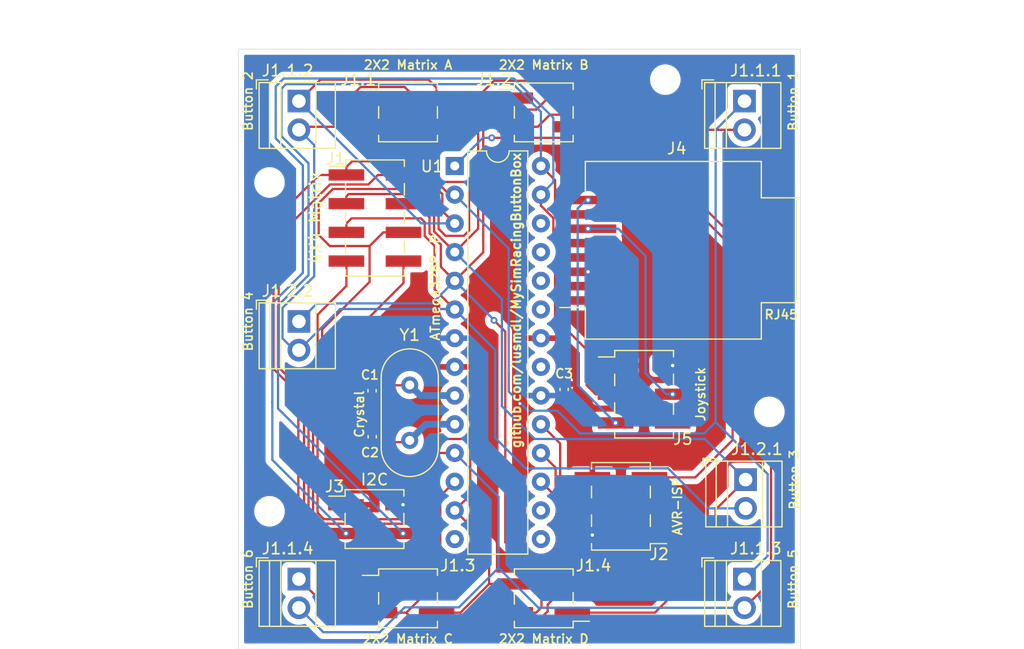
<source format=kicad_pcb>
(kicad_pcb (version 20240108) (generator "pcbnew") (generator_version "8.0")
  (title_block (title "Button Box") (date "2024-12-23") (rev "v1.1.0") (company "https://github.com/lusmdl"))
  (layers (0 "F.Cu" signal) (31 "B.Cu" signal) (34 "B.Paste" user) (35 "F.Paste" user) (36 "B.SilkS" user "B.Silkscreen") (37 "F.SilkS" user "F.Silkscreen") (38 "B.Mask" user) (39 "F.Mask" user) (44 "Edge.Cuts" user))
  (net 0 "")
  (net 5 "+5V")
  (net 6 "/XTAL1")
  (net 7 "/XTAL2")
  (net 8 "/MOSI")
  (net 9 "/RESET")
  (net 11 "/SCK")
  (net 13 "/MISO")
  (net 16 "/L3")
  (net 17 "/L1")
  (net 18 "/L2")
  (net 19 "/R4")
  (net 20 "/R1")
  (net 21 "/R3")
  (net 22 "/R2")
  (net 23 "/L4")
  (net 24 "GND")
  (net 25 "/SDA")
  (net 26 "/SCL")
  (net 27 "/Switch")
  (net 28 "/RX")
  (net 29 "/RY")
  (footprint "TerminalBlock:TerminalBlock_Xinya_XY308-2.54-2P_1x02_P2.54mm_Horizontal" (layer "F.Cu") (at 254.75 89.3 -90)
    (property "Reference" "J1.1.3" (at -2.7 -1 0) (layer "F.SilkS"))
    (property "Value" "Button 5" (at 0 -4.3 90) (layer "F.SilkS") (effects (font (size 0.8 0.8))))
    (pad "1" thru_hole rect (at 0 0 270) (size 2 2) (drill 1.2) (layers "*.Cu" "*.Mask") (net 17 "/L1"))
    (pad "2" thru_hole circle (at 2.54 0 270) (size 2 2) (drill 1.2) (layers "*.Cu" "*.Mask") (net 22 "/R2"))
  )
  (footprint "TerminalBlock:TerminalBlock_Xinya_XY308-2.54-2P_1x02_P2.54mm_Horizontal" (layer "F.Cu") (at 254.75 47 -90)
    (property "Reference" "J1.1.1" (at -2.7 -1 0) (layer "F.SilkS"))
    (property "Value" "Button 1" (at 0 -4.3 90) (layer "F.SilkS") (effects (font (size 0.8 0.8))))
    (pad "1" thru_hole rect (at 0 0 270) (size 2 2) (drill 1.2) (layers "*.Cu" "*.Mask") (net 17 "/L1"))
    (pad "2" thru_hole circle (at 2.54 0 270) (size 2 2) (drill 1.2) (layers "*.Cu" "*.Mask") (net 20 "/R1"))
  )
  (footprint "Connector_PinHeader_2.54mm:PinHeader_2x02_P2.54mm_Vertical_SMD" (layer "F.Cu") (at 225 91)
    (property "Reference" "J1.3" (at 4.4 -2.9 0) (layer "F.SilkS"))
    (property "Value" "2X2 Matrix C" (at 0 3.6 0) (layer "F.SilkS") (effects (font (size 0.8 0.8))))
    (pad "1" smd rect (at -2.525 -1.27) (size 3.15 1) (layers "F.Cu" "F.Paste" "F.Mask") (net 17 "/L1"))
    (pad "2" smd rect (at 2.525 -1.27) (size 3.15 1) (layers "F.Cu" "F.Paste" "F.Mask") (net 18 "/L2"))
    (pad "3" smd rect (at -2.525 1.27) (size 3.15 1) (layers "F.Cu" "F.Paste" "F.Mask") (net 21 "/R3"))
    (pad "4" smd rect (at 2.525 1.27) (size 3.15 1) (layers "F.Cu" "F.Paste" "F.Mask") (net 19 "/R4"))
  )
  (footprint "Capacitor_SMD:C_0402_1005Metric" (layer "F.Cu") (at 221.83 76.7 90)
    (property "Reference" "C2" (at -1.4 -0.2 180) (layer "F.SilkS") (effects (font (size 0.8 0.8))))
    (property "Value" "12..22 pF")
    (pad "1" smd roundrect (at -0.48 0 90) (size 0.56 0.62) (layers "F.Cu" "F.Paste" "F.Mask") (net 7 "/XTAL2"))
    (pad "2" smd roundrect (at 0.48 0 90) (size 0.56 0.62) (layers "F.Cu" "F.Paste" "F.Mask") (net 24 "GND"))
  )
  (footprint "MountingHole:MountingHole_2.2mm_M2" (layer "F.Cu") (at 256.95 74.5)
    (property "Reference" "REF**" (hide yes))
    (property "Value" "MountingHole_2.2mm_M2")
    (pad "" np_thru_hole circle (at 0 0) (size 2.2 2.2) (drill 2.2) (layers "*.Cu" "*.Mask"))
  )
  (footprint "Connector_PinHeader_2.54mm:PinHeader_2x02_P2.54mm_Vertical_SMD" (layer "F.Cu") (at 222.035 83.99)
    (property "Reference" "J3" (at -3.535 -2.89 180) (layer "F.SilkS"))
    (property "Value" "I2C" (at 0 -3.5 180) (layer "F.SilkS"))
    (pad "1" smd rect (at -2.525 -1.27) (size 3.15 1) (layers "F.Cu" "F.Paste" "F.Mask") (net 24 "GND"))
    (pad "2" smd rect (at 2.525 -1.27) (size 3.15 1) (layers "F.Cu" "F.Paste" "F.Mask") (net 5 "+5V"))
    (pad "3" smd rect (at -2.525 1.27) (size 3.15 1) (layers "F.Cu" "F.Paste" "F.Mask") (net 25 "/SDA"))
    (pad "4" smd rect (at 2.525 1.27) (size 3.15 1) (layers "F.Cu" "F.Paste" "F.Mask") (net 26 "/SCL"))
  )
  (footprint "MountingHole:MountingHole_2.2mm_M2" (layer "F.Cu") (at 212.75 54.2)
    (property "Reference" "REF**" (hide yes))
    (property "Value" "MountingHole_2.2mm_M2")
    (pad "" np_thru_hole circle (at 0 0) (size 2.2 2.2) (drill 2.2) (layers "*.Cu" "*.Mask"))
  )
  (footprint "Connector_PinHeader_2.54mm:PinHeader_2x03_P2.54mm_Vertical_SMD" (layer "F.Cu") (at 245.875 72.94)
    (property "Reference" "J5" (at 3.425 3.96 360) (layer "F.SilkS"))
    (property "Value" "Joystick" (at 5 0 90) (layer "F.SilkS") (effects (font (size 0.8 0.8))))
    (pad "1" smd rect (at -2.525 -2.54) (size 3.15 1) (layers "F.Cu" "F.Paste" "F.Mask") (net 24 "GND"))
    (pad "2" smd rect (at 2.525 -2.54) (size 3.15 1) (layers "F.Cu" "F.Paste" "F.Mask") (net 5 "+5V"))
    (pad "3" smd rect (at -2.525 0) (size 3.15 1) (layers "F.Cu" "F.Paste" "F.Mask") (net 28 "/RX"))
    (pad "4" smd rect (at 2.525 0) (size 3.15 1) (layers "F.Cu" "F.Paste" "F.Mask") (net 29 "/RY"))
    (pad "5" smd rect (at -2.525 2.54) (size 3.15 1) (layers "F.Cu" "F.Paste" "F.Mask") (net 27 "/Switch"))
    (pad "6" smd rect (at 2.525 2.54) (size 3.15 1) (layers "F.Cu" "F.Paste" "F.Mask"))
  )
  (footprint "MountingHole:MountingHole_2.2mm_M2" (layer "F.Cu") (at 212.75 83.3)
    (property "Reference" "REF**" (hide yes))
    (property "Value" "MountingHole_2.2mm_M2")
    (pad "" np_thru_hole circle (at 0 0) (size 2.2 2.2) (drill 2.2) (layers "*.Cu" "*.Mask"))
  )
  (footprint "TerminalBlock:TerminalBlock_Xinya_XY308-2.54-2P_1x02_P2.54mm_Horizontal" (layer "F.Cu") (at 215.35 47 -90)
    (property "Reference" "J1.1.2" (at -2.7 1 0) (layer "F.SilkS"))
    (property "Value" "Button 2" (at 0 4.5 90) (layer "F.SilkS") (effects (font (size 0.8 0.8))))
    (pad "1" thru_hole rect (at 0 0 270) (size 2 2) (drill 1.2) (layers "*.Cu" "*.Mask") (net 18 "/L2"))
    (pad "2" thru_hole circle (at 2.54 0 270) (size 2 2) (drill 1.2) (layers "*.Cu" "*.Mask") (net 20 "/R1"))
  )
  (footprint "Capacitor_SMD:C_0402_1005Metric" (layer "F.Cu") (at 221.82 72.63 -90)
    (property "Reference" "C1" (at -1.4 0.2 180) (layer "F.SilkS") (effects (font (size 0.8 0.8))))
    (property "Value" "12..22 pF")
    (pad "1" smd roundrect (at -0.48 0 270) (size 0.56 0.62) (layers "F.Cu" "F.Paste" "F.Mask") (net 6 "/XTAL1"))
    (pad "2" smd roundrect (at 0.48 0 270) (size 0.56 0.62) (layers "F.Cu" "F.Paste" "F.Mask") (net 24 "GND"))
  )
  (footprint "Connector_RJ:RJ45_Molex_0855135013_Vertical" (layer "F.Cu") (at 248.76 60.2 90)
    (property "Reference" "J4" (at 9 0 180) (layer "F.SilkS"))
    (property "Value" "RJ45" (at -5.7 9.24 180) (layer "F.SilkS") (effects (font (size 0.8 0.8))))
    (pad "1" smd rect (at -4.445 -7.84 270) (size 0.76 5) (layers "F.Cu" "F.Paste" "F.Mask") (net 24 "GND"))
    (pad "2" smd rect (at -3.175 -7.84 270) (size 0.76 5) (layers "F.Cu" "F.Paste" "F.Mask") (net 24 "GND"))
    (pad "3" smd rect (at -1.905 -7.84 270) (size 0.76 5) (layers "F.Cu" "F.Paste" "F.Mask") (net 5 "+5V"))
    (pad "4" smd rect (at -0.635 -7.84 270) (size 0.76 5) (layers "F.Cu" "F.Paste" "F.Mask") (net 28 "/RX"))
    (pad "5" smd rect (at 0.635 -7.84 270) (size 0.76 5) (layers "F.Cu" "F.Paste" "F.Mask") (net 25 "/SDA"))
    (pad "6" smd rect (at 1.905 -7.84 270) (size 0.76 5) (layers "F.Cu" "F.Paste" "F.Mask") (net 29 "/RY"))
    (pad "7" smd rect (at 3.175 -7.84 270) (size 0.76 5) (layers "F.Cu" "F.Paste" "F.Mask") (net 26 "/SCL"))
    (pad "8" smd rect (at 4.445 -7.84 270) (size 0.76 5) (layers "F.Cu" "F.Paste" "F.Mask") (net 27 "/Switch"))
    (pad "L" smd rect (at 0 8.09 270) (size 8.8 4.5) (layers "F.Cu" "F.Paste" "F.Mask"))
  )
  (footprint "TerminalBlock:TerminalBlock_Xinya_XY308-2.54-2P_1x02_P2.54mm_Horizontal" (layer "F.Cu") (at 215.35 66.5 -90)
    (property "Reference" "J1.2.2" (at -2.7 1 0) (layer "F.SilkS"))
    (property "Value" "Button 4" (at 0 4.5 90) (layer "F.SilkS") (effects (font (size 0.8 0.8))))
    (pad "1" thru_hole rect (at 0 0 270) (size 2 2) (drill 1.2) (layers "*.Cu" "*.Mask") (net 23 "/L4"))
    (pad "2" thru_hole circle (at 2.54 0 270) (size 2 2) (drill 1.2) (layers "*.Cu" "*.Mask") (net 20 "/R1"))
  )
  (footprint "Package_DIP:DIP-28_W7.62mm" (layer "F.Cu") (at 229.13 52.74)
    (property "Reference" "U1" (at -2 0.04 0) (layer "F.SilkS"))
    (property "Value" "ATmega328P-P" (at -1.73 10.76 90) (layer "F.SilkS") (effects (font (size 0.8 0.8))))
    (pad "1" thru_hole rect (at 0 0) (size 1.6 1.6) (drill 0.8) (layers "*.Cu" "*.Mask") (net 9 "/RESET"))
    (pad "2" thru_hole oval (at 0 2.54) (size 1.6 1.6) (drill 0.8) (layers "*.Cu" "*.Mask") (net 17 "/L1"))
    (pad "3" thru_hole oval (at 0 5.08) (size 1.6 1.6) (drill 0.8) (layers "*.Cu" "*.Mask") (net 18 "/L2"))
    (pad "4" thru_hole oval (at 0 7.62) (size 1.6 1.6) (drill 0.8) (layers "*.Cu" "*.Mask") (net 16 "/L3"))
    (pad "5" thru_hole oval (at 0 10.16) (size 1.6 1.6) (drill 0.8) (layers "*.Cu" "*.Mask") (net 23 "/L4"))
    (pad "6" thru_hole oval (at 0 12.7) (size 1.6 1.6) (drill 0.8) (layers "*.Cu" "*.Mask") (net 20 "/R1"))
    (pad "7" thru_hole oval (at 0 15.24) (size 1.6 1.6) (drill 0.8) (layers "*.Cu" "*.Mask") (net 5 "+5V"))
    (pad "8" thru_hole oval (at 0 17.78) (size 1.6 1.6) (drill 0.8) (layers "*.Cu" "*.Mask") (net 24 "GND"))
    (pad "9" thru_hole oval (at 0 20.32) (size 1.6 1.6) (drill 0.8) (layers "*.Cu" "*.Mask") (net 6 "/XTAL1"))
    (pad "10" thru_hole oval (at 0 22.86) (size 1.6 1.6) (drill 0.8) (layers "*.Cu" "*.Mask") (net 7 "/XTAL2"))
    (pad "11" thru_hole oval (at 0 25.4) (size 1.6 1.6) (drill 0.8) (layers "*.Cu" "*.Mask") (net 22 "/R2"))
    (pad "12" thru_hole oval (at 0 27.94) (size 1.6 1.6) (drill 0.8) (layers "*.Cu" "*.Mask") (net 21 "/R3"))
    (pad "13" thru_hole oval (at 0 30.48) (size 1.6 1.6) (drill 0.8) (layers "*.Cu" "*.Mask") (net 19 "/R4"))
    (pad "14" thru_hole oval (at 0 33.02) (size 1.6 1.6) (drill 0.8) (layers "*.Cu" "*.Mask"))
    (pad "15" thru_hole oval (at 7.62 33.02) (size 1.6 1.6) (drill 0.8) (layers "*.Cu" "*.Mask"))
    (pad "16" thru_hole oval (at 7.62 30.48) (size 1.6 1.6) (drill 0.8) (layers "*.Cu" "*.Mask"))
    (pad "17" thru_hole oval (at 7.62 27.94) (size 1.6 1.6) (drill 0.8) (layers "*.Cu" "*.Mask") (net 8 "/MOSI"))
    (pad "18" thru_hole oval (at 7.62 25.4) (size 1.6 1.6) (drill 0.8) (layers "*.Cu" "*.Mask") (net 13 "/MISO"))
    (pad "19" thru_hole oval (at 7.62 22.86) (size 1.6 1.6) (drill 0.8) (layers "*.Cu" "*.Mask") (net 11 "/SCK"))
    (pad "20" thru_hole oval (at 7.62 20.32) (size 1.6 1.6) (drill 0.8) (layers "*.Cu" "*.Mask") (net 5 "+5V"))
    (pad "21" thru_hole oval (at 7.62 17.78) (size 1.6 1.6) (drill 0.8) (layers "*.Cu" "*.Mask"))
    (pad "22" thru_hole oval (at 7.62 15.24) (size 1.6 1.6) (drill 0.8) (layers "*.Cu" "*.Mask") (net 24 "GND"))
    (pad "23" thru_hole oval (at 7.62 12.7) (size 1.6 1.6) (drill 0.8) (layers "*.Cu" "*.Mask"))
    (pad "24" thru_hole oval (at 7.62 10.16) (size 1.6 1.6) (drill 0.8) (layers "*.Cu" "*.Mask"))
    (pad "25" thru_hole oval (at 7.62 7.62) (size 1.6 1.6) (drill 0.8) (layers "*.Cu" "*.Mask"))
    (pad "26" thru_hole oval (at 7.62 5.08) (size 1.6 1.6) (drill 0.8) (layers "*.Cu" "*.Mask"))
    (pad "27" thru_hole oval (at 7.62 2.54) (size 1.6 1.6) (drill 0.8) (layers "*.Cu" "*.Mask") (net 25 "/SDA"))
    (pad "28" thru_hole oval (at 7.62 0) (size 1.6 1.6) (drill 0.8) (layers "*.Cu" "*.Mask") (net 26 "/SCL"))
  )
  (footprint "Connector_PinHeader_2.54mm:PinHeader_2x03_P2.54mm_Vertical_SMD" (layer "F.Cu") (at 243.825 82.86 180)
    (property "Reference" "J2" (at -3.375 -4.24 180) (layer "F.SilkS"))
    (property "Value" "AVR-ISP" (at -5 0 270) (layer "F.SilkS") (effects (font (size 0.8 0.8))))
    (pad "1" smd rect (at -2.525 -2.54 180) (size 3.15 1) (layers "F.Cu" "F.Paste" "F.Mask") (net 13 "/MISO"))
    (pad "2" smd rect (at 2.525 -2.54 180) (size 3.15 1) (layers "F.Cu" "F.Paste" "F.Mask") (net 5 "+5V"))
    (pad "3" smd rect (at -2.525 0 180) (size 3.15 1) (layers "F.Cu" "F.Paste" "F.Mask") (net 11 "/SCK"))
    (pad "4" smd rect (at 2.525 0 180) (size 3.15 1) (layers "F.Cu" "F.Paste" "F.Mask") (net 8 "/MOSI"))
    (pad "5" smd rect (at -2.525 2.54 180) (size 3.15 1) (layers "F.Cu" "F.Paste" "F.Mask") (net 9 "/RESET"))
    (pad "6" smd rect (at 2.525 2.54 180) (size 3.15 1) (layers "F.Cu" "F.Paste" "F.Mask") (net 24 "GND"))
  )
  (footprint "MountingHole:MountingHole_2.2mm_M2" (layer "F.Cu") (at 247.75 45.1)
    (property "Reference" "REF**" (hide yes))
    (property "Value" "MountingHole_2.2mm_M2")
    (pad "" np_thru_hole circle (at 0 0) (size 2.2 2.2) (drill 2.2) (layers "*.Cu" "*.Mask"))
  )
  (footprint "Connector_PinHeader_2.54mm:PinHeader_2x02_P2.54mm_Vertical_SMD" (layer "F.Cu") (at 237 48)
    (property "Reference" "J1.2" (at -4.4 -2.9 0) (layer "F.SilkS"))
    (property "Value" "2X2 Matrix B" (at 0 -4.2 0) (layer "F.SilkS") (effects (font (size 0.8 0.8))))
    (pad "1" smd rect (at -2.525 -1.27) (size 3.15 1) (layers "F.Cu" "F.Paste" "F.Mask") (net 16 "/L3"))
    (pad "2" smd rect (at 2.525 -1.27) (size 3.15 1) (layers "F.Cu" "F.Paste" "F.Mask") (net 23 "/L4"))
    (pad "3" smd rect (at -2.525 1.27) (size 3.15 1) (layers "F.Cu" "F.Paste" "F.Mask") (net 20 "/R1"))
    (pad "4" smd rect (at 2.525 1.27) (size 3.15 1) (layers "F.Cu" "F.Paste" "F.Mask") (net 22 "/R2"))
  )
  (footprint "Crystal:Crystal_HC18-U_Vertical" (layer "F.Cu") (at 225.15 72.125 -90)
    (property "Reference" "Y1" (at -4.425 0 0) (layer "F.SilkS"))
    (property "Value" "Crystal" (at 2.575 4.45 90) (layer "F.SilkS") (effects (font (size 0.8 0.8))))
    (pad "1" thru_hole circle (at 0 0 270) (size 1.5 1.5) (drill 0.8) (layers "*.Cu" "*.Mask") (net 6 "/XTAL1"))
    (pad "2" thru_hole circle (at 4.9 0 270) (size 1.5 1.5) (drill 0.8) (layers "*.Cu" "*.Mask") (net 7 "/XTAL2"))
  )
  (footprint "Capacitor_SMD:C_0402_1005Metric" (layer "F.Cu") (at 238.8 72.52 -90)
    (property "Reference" "C3" (at -1.4 0 180) (layer "F.SilkS") (effects (font (size 0.8 0.8))))
    (property "Value" "100 µF")
    (pad "1" smd roundrect (at -0.48 0 270) (size 0.56 0.62) (layers "F.Cu" "F.Paste" "F.Mask") (net 24 "GND"))
    (pad "2" smd roundrect (at 0.48 0 270) (size 0.56 0.62) (layers "F.Cu" "F.Paste" "F.Mask") (net 5 "+5V"))
  )
  (footprint "TerminalBlock:TerminalBlock_Xinya_XY308-2.54-2P_1x02_P2.54mm_Horizontal" (layer "F.Cu") (at 254.85 80.5 -90)
    (property "Reference" "J1.2.1" (at -2.7 -1 0) (layer "F.SilkS"))
    (property "Value" "Button 3" (at 0 -4.3 90) (layer "F.SilkS") (effects (font (size 0.8 0.8))))
    (pad "1" thru_hole rect (at 0 0 270) (size 2 2) (drill 1.2) (layers "*.Cu" "*.Mask") (net 16 "/L3"))
    (pad "2" thru_hole circle (at 2.54 0 270) (size 2 2) (drill 1.2) (layers "*.Cu" "*.Mask") (net 20 "/R1"))
  )
  (footprint "Connector_PinHeader_2.54mm:PinHeader_2x02_P2.54mm_Vertical_SMD" (layer "F.Cu") (at 237 91 180)
    (property "Reference" "J1.4" (at -4.4 2.9 0) (layer "F.SilkS"))
    (property "Value" "2X2 Matrix D" (at 0 -3.6 0) (layer "F.SilkS") (effects (font (size 0.8 0.8))))
    (pad "1" smd rect (at -2.525 -1.27 180) (size 3.15 1) (layers "F.Cu" "F.Paste" "F.Mask") (net 16 "/L3"))
    (pad "2" smd rect (at 2.525 -1.27 180) (size 3.15 1) (layers "F.Cu" "F.Paste" "F.Mask") (net 23 "/L4"))
    (pad "3" smd rect (at -2.525 1.27 180) (size 3.15 1) (layers "F.Cu" "F.Paste" "F.Mask") (net 21 "/R3"))
    (pad "4" smd rect (at 2.525 1.27 180) (size 3.15 1) (layers "F.Cu" "F.Paste" "F.Mask") (net 19 "/R4"))
  )
  (footprint "Connector_PinHeader_2.54mm:PinHeader_2x04_P2.54mm_Vertical_SMD" (layer "F.Cu") (at 222.075 57.345)
    (property "Reference" "J1" (at -3.475 -5.245 0) (layer "F.SilkS"))
    (property "Value" "4X4 Matrix" (at -5.275 0 90) (layer "F.SilkS"))
    (pad "1" smd rect (at -2.525 -3.81) (size 3.15 1) (layers "F.Cu" "F.Paste" "F.Mask") (net 17 "/L1"))
    (pad "2" smd rect (at 2.525 -3.81) (size 3.15 1) (layers "F.Cu" "F.Paste" "F.Mask") (net 18 "/L2"))
    (pad "3" smd rect (at -2.525 -1.27) (size 3.15 1) (layers "F.Cu" "F.Paste" "F.Mask") (net 16 "/L3"))
    (pad "4" smd rect (at 2.525 -1.27) (size 3.15 1) (layers "F.Cu" "F.Paste" "F.Mask") (net 23 "/L4"))
    (pad "5" smd rect (at -2.525 1.27) (size 3.15 1) (layers "F.Cu" "F.Paste" "F.Mask") (net 20 "/R1"))
    (pad "6" smd rect (at 2.525 1.27) (size 3.15 1) (layers "F.Cu" "F.Paste" "F.Mask") (net 22 "/R2"))
    (pad "7" smd rect (at -2.525 3.81) (size 3.15 1) (layers "F.Cu" "F.Paste" "F.Mask") (net 21 "/R3"))
    (pad "8" smd rect (at 2.525 3.81) (size 3.15 1) (layers "F.Cu" "F.Paste" "F.Mask") (net 19 "/R4"))
  )
  (footprint "TerminalBlock:TerminalBlock_Xinya_XY308-2.54-2P_1x02_P2.54mm_Horizontal" (layer "F.Cu") (at 215.35 89.3 -90)
    (property "Reference" "J1.1.4" (at -2.7 1 0) (layer "F.SilkS"))
    (property "Value" "Button 6" (at 0 4.5 90) (layer "F.SilkS") (effects (font (size 0.8 0.8))))
    (pad "1" thru_hole rect (at 0 0 270) (size 2 2) (drill 1.2) (layers "*.Cu" "*.Mask") (net 18 "/L2"))
    (pad "2" thru_hole circle (at 2.54 0 270) (size 2 2) (drill 1.2) (layers "*.Cu" "*.Mask") (net 22 "/R2"))
  )
  (footprint "Connector_PinHeader_2.54mm:PinHeader_2x02_P2.54mm_Vertical_SMD" (layer "F.Cu") (at 225 48)
    (property "Reference" "J1.1" (at -4.4 -2.9 0) (layer "F.SilkS"))
    (property "Value" "2X2 Matrix A" (at 0 -4.2 0) (layer "F.SilkS") (effects (font (size 0.8 0.8))))
    (pad "1" smd rect (at -2.525 -1.27) (size 3.15 1) (layers "F.Cu" "F.Paste" "F.Mask") (net 17 "/L1"))
    (pad "2" smd rect (at 2.525 -1.27) (size 3.15 1) (layers "F.Cu" "F.Paste" "F.Mask") (net 18 "/L2"))
    (pad "3" smd rect (at -2.525 1.27) (size 3.15 1) (layers "F.Cu" "F.Paste" "F.Mask") (net 20 "/R1"))
    (pad "4" smd rect (at 2.525 1.27) (size 3.15 1) (layers "F.Cu" "F.Paste" "F.Mask") (net 22 "/R2"))
  )
  (gr_rect (start 210 42.4) (end 259.7 95.5) (stroke (width 0.05)) (fill none) (layer "Edge.Cuts"))
  (gr_text "github.com/lusmdl/MySimRacingButtonBox" (at 235.03 77.81 90) (layer "F.SilkS") (effects (font (size 0.8 0.8) (thickness 0.175) (bold yes)) (justify left bottom)))
  (segment (start 236.81 73) (end 236.75 73.06) (width 0.2) (layer "F.Cu") (net 5))
  (segment (start 238.8 73) (end 236.81 73) (width 0.2) (layer "F.Cu") (net 5))
  (via (at 240.92 62.105) (size 0.6) (drill 0.3) (layers "F.Cu" "B.Cu") (net 5))
  (via (at 248.4 70.4) (size 0.6) (drill 0.3) (layers "F.Cu" "B.Cu") (net 5))
  (via (at 224.56 82.72) (size 0.6) (drill 0.3) (layers "F.Cu" "B.Cu") (net 5))
  (via (at 241.3 85.4) (size 0.6) (drill 0.3) (layers "F.Cu" "B.Cu") (net 5))
  (segment (start 221.82 72.15) (end 225.125 72.15) (width 0.2) (layer "F.Cu") (net 6))
  (segment (start 225.125 72.15) (end 225.15 72.125) (width 0.2) (layer "F.Cu") (net 6))
  (segment (start 226.085 73.06) (end 225.15 72.125) (width 0.6) (layer "B.Cu") (net 6))
  (segment (start 229.13 73.06) (end 226.085 73.06) (width 0.6) (layer "B.Cu") (net 6))
  (segment (start 224.995 77.18) (end 225.15 77.025) (width 0.2) (layer "F.Cu") (net 7))
  (segment (start 221.83 77.18) (end 224.995 77.18) (width 0.2) (layer "F.Cu") (net 7))
  (segment (start 229.13 75.6) (end 226.575 75.6) (width 0.6) (layer "B.Cu") (net 7))
  (segment (start 226.575 75.6) (end 225.15 77.025) (width 0.6) (layer "B.Cu") (net 7))
  (segment (start 238.93 82.86) (end 236.75 80.68) (width 0.2) (layer "F.Cu") (net 8))
  (segment (start 241.3 82.86) (end 238.93 82.86) (width 0.2) (layer "F.Cu") (net 8))
  (segment (start 246.35 80.32) (end 246.37 80.3) (width 0.2) (layer "F.Cu") (net 9))
  (segment (start 250.4 80.3) (end 253.7 77) (width 0.2) (layer "F.Cu") (net 9))
  (segment (start 253.7 77) (end 253.7 59.95) (width 0.2) (layer "F.Cu") (net 9))
  (segment (start 246.37 80.3) (end 250.4 80.3) (width 0.2) (layer "F.Cu") (net 9))
  (segment (start 244 50.25) (end 232.4 50.25) (width 0.2) (layer "F.Cu") (net 9))
  (segment (start 253.7 59.95) (end 244 50.25) (width 0.2) (layer "F.Cu") (net 9))
  (via (at 232.4 50.25) (size 0.6) (drill 0.3) (layers "F.Cu" "B.Cu") (net 9))
  (segment (start 232.4 50.25) (end 231.62 50.25) (width 0.2) (layer "B.Cu") (net 9))
  (segment (start 231.62 50.25) (end 229.13 52.74) (width 0.2) (layer "B.Cu") (net 9))
  (segment (start 244.56 82.86) (end 243.35 81.65) (width 0.2) (layer "F.Cu") (net 11))
  (segment (start 238.45 77.3) (end 236.75 75.6) (width 0.2) (layer "F.Cu") (net 11))
  (segment (start 246.35 82.86) (end 244.56 82.86) (width 0.2) (layer "F.Cu") (net 11))
  (segment (start 243.35 81.65) (end 238.865686 81.65) (width 0.2) (layer "F.Cu") (net 11))
  (segment (start 238.865686 81.65) (end 238.45 81.234314) (width 0.2) (layer "F.Cu") (net 11))
  (segment (start 238.45 81.234314) (end 238.45 77.3) (width 0.2) (layer "F.Cu") (net 11))
  (segment (start 244.3 85.4) (end 244.2 85.3) (width 0.2) (layer "F.Cu") (net 13))
  (segment (start 243.16 82.06) (end 238.71 82.06) (width 0.2) (layer "F.Cu") (net 13))
  (segment (start 238.05 81.4) (end 238.05 79.44) (width 0.2) (layer "F.Cu") (net 13))
  (segment (start 244.2 83.1) (end 243.16 82.06) (width 0.2) (layer "F.Cu") (net 13))
  (segment (start 246.35 85.4) (end 244.3 85.4) (width 0.2) (layer "F.Cu") (net 13))
  (segment (start 238.05 79.44) (end 236.75 78.14) (width 0.2) (layer "F.Cu") (net 13))
  (segment (start 238.71 82.06) (end 238.05 81.4) (width 0.2) (layer "F.Cu") (net 13))
  (segment (start 244.2 85.3) (end 244.2 83.1) (width 0.2) (layer "F.Cu") (net 13))
  (segment (start 219.55 55.425) (end 219.55 56.075) (width 0.2) (layer "F.Cu") (net 16))
  (segment (start 229.13 60.36) (end 227.3 58.53) (width 0.2) (layer "F.Cu") (net 16))
  (segment (start 239.525 92.27) (end 246.83 92.27) (width 0.2) (layer "F.Cu") (net 16))
  (segment (start 226.55 55.225) (end 219.75 55.225) (width 0.2) (layer "F.Cu") (net 16))
  (segment (start 231.2 47.3) (end 231.2 58.29) (width 0.2) (layer "F.Cu") (net 16))
  (segment (start 231.2 58.29) (end 229.13 60.36) (width 0.2) (layer "F.Cu") (net 16))
  (segment (start 227.23 55.905) (end 226.55 55.225) (width 0.2) (layer "F.Cu") (net 16))
  (segment (start 231.77 46.73) (end 231.2 47.3) (width 0.2) (layer "F.Cu") (net 16))
  (segment (start 252.2 86.9) (end 252.2 83.15) (width 0.2) (layer "F.Cu") (net 16))
  (segment (start 219.75 55.225) (end 219.55 55.425) (width 0.2) (layer "F.Cu") (net 16))
  (segment (start 234.475 46.73) (end 231.77 46.73) (width 0.2) (layer "F.Cu") (net 16))
  (segment (start 246.83 92.27) (end 252.2 86.9) (width 0.2) (layer "F.Cu") (net 16))
  (segment (start 227.23 57.051372) (end 227.23 55.905) (width 0.2) (layer "F.Cu") (net 16))
  (segment (start 227.3 57.121372) (end 227.23 57.051372) (width 0.2) (layer "F.Cu") (net 16))
  (segment (start 252.2 83.15) (end 254.85 80.5) (width 0.2) (layer "F.Cu") (net 16))
  (segment (start 227.3 58.53) (end 227.3 57.121372) (width 0.2) (layer "F.Cu") (net 16))
  (segment (start 236.2 76.9) (end 251.25 76.9) (width 0.2) (layer "B.Cu") (net 16))
  (segment (start 229.13 60.36) (end 233.3 64.53) (width 0.2) (layer "B.Cu") (net 16))
  (segment (start 251.25 76.9) (end 254.85 80.5) (width 0.2) (layer "B.Cu") (net 16))
  (segment (start 233.3 64.53) (end 233.3 74) (width 0.2) (layer "B.Cu") (net 16))
  (segment (start 233.3 74) (end 236.2 76.9) (width 0.2) (layer "B.Cu") (net 16))
  (segment (start 228.664314 55.28) (end 229.13 55.28) (width 0.2) (layer "F.Cu") (net 17))
  (segment (start 215.3 85.4) (end 219.63 89.73) (width 0.2) (layer "F.Cu") (net 17))
  (segment (start 220.055 52.325) (end 226.35 52.325) (width 0.2) (layer "F.Cu") (net 17))
  (segment (start 227.1 53.715686) (end 228.664314 55.28) (width 0.2) (layer "F.Cu") (net 17))
  (segment (start 219.55 53.535) (end 219.55 52.83) (width 0.2) (layer "F.Cu") (net 17))
  (segment (start 222.475 46.73) (end 224.28 46.73) (width 0.2) (layer "F.Cu") (net 17))
  (segment (start 224.7 50.675) (end 224.7 47.15) (width 0.2) (layer "F.Cu") (net 17))
  (segment (start 215.3 72.9) (end 215.3 85.4) (width 0.2) (layer "F.Cu") (net 17))
  (segment (start 213.1 70.7) (end 215.3 72.9) (width 0.2) (layer "F.Cu") (net 17))
  (segment (start 213.1 57.575) (end 213.1 70.7) (width 0.2) (layer "F.Cu") (net 17))
  (segment (start 219.55 52.83) (end 220.055 52.325) (width 0.2) (layer "F.Cu") (net 17))
  (segment (start 226.35 52.325) (end 227.1 53.075) (width 0.2) (layer "F.Cu") (net 17))
  (segment (start 217.14 53.535) (end 213.1 57.575) (width 0.2) (layer "F.Cu") (net 17))
  (segment (start 227.1 53.075) (end 227.1 53.715686) (width 0.2) (layer "F.Cu") (net 17))
  (segment (start 219.55 53.535) (end 217.14 53.535) (width 0.2) (layer "F.Cu") (net 17))
  (segment (start 219.63 89.73) (end 222.475 89.73) (width 0.2) (layer "F.Cu") (net 17))
  (segment (start 224.7 50.675) (end 226.35 52.325) (width 0.2) (layer "F.Cu") (net 17))
  (segment (start 224.28 46.73) (end 224.7 47.15) (width 0.2) (layer "F.Cu") (net 17))
  (segment (start 233.9 60.05) (end 229.13 55.28) (width 0.2) (layer "B.Cu") (net 17))
  (segment (start 252.2 73.5) (end 252.2 75.4) (width 0.2) (layer "B.Cu") (net 17))
  (segment (start 238.2 74.4) (end 235.6 74.4) (width 0.2) (layer "B.Cu") (net 17))
  (segment (start 256.8 80) (end 252.2 75.4) (width 0.2) (layer "B.Cu") (net 17))
  (segment (start 235.6 74.4) (end 233.9 72.7) (width 0.2) (layer "B.Cu") (net 17))
  (segment (start 252.2 49.55) (end 254.75 47) (width 0.2) (layer "B.Cu") (net 17))
  (segment (start 240.2 76.4) (end 238.2 74.4) (width 0.2) (layer "B.Cu") (net 17))
  (segment (start 233.9 72.7) (end 233.9 60.05) (width 0.2) (layer "B.Cu") (net 17))
  (segment (start 252.2 73.5) (end 252.2 49.55) (width 0.2) (layer "B.Cu") (net 17))
  (segment (start 251.2 76.4) (end 240.2 76.4) (width 0.2) (layer "B.Cu") (net 17))
  (segment (start 252.2 75.4) (end 251.2 76.4) (width 0.2) (layer "B.Cu") (net 17))
  (segment (start 256.8 87.25) (end 256.8 80) (width 0.2) (layer "B.Cu") (net 17))
  (segment (start 254.75 89.3) (end 256.8 87.25) (width 0.2) (layer "B.Cu") (net 17))
  (segment (start 233.9 72.7) (end 233.9 71) (width 0.2) (layer "B.Cu") (net 17))
  (segment (start 213.56 58.915) (end 213.56 70.56) (width 0.2) (layer "F.Cu") (net 18))
  (segment (start 219.63 88.93) (end 224.23 88.93) (width 0.2) (layer "F.Cu") (net 18))
  (segment (start 218.1 54.375) (end 213.56 58.915) (width 0.2) (layer "F.Cu") (net 18))
  (segment (start 229.13 57.53) (end 229.13 57.82) (width 0.2) (layer "F.Cu") (net 18))
  (segment (start 215.8 72.8) (end 215.8 85.1) (width 0.2) (layer "F.Cu") (net 18))
  (segment (start 227.525 89.73) (end 225.12 89.73) (width 0.2) (layer "F.Cu") (net 18))
  (segment (start 225.03 89.73) (end 224.01 90.75) (width 0.2) (layer "F.Cu") (net 18))
  (segment (start 227.525 45.825) (end 226.8 45.1) (width 0.2) (layer "F.Cu") (net 18))
  (segment (start 228.03 56.72) (end 229.13 57.82) (width 0.2) (layer "F.Cu") (net 18))
  (segment (start 228.03 55.23) (end 228.03 56.72) (width 0.2) (layer "F.Cu") (net 18))
  (segment (start 217.25 45.1) (end 215.35 47) (width 0.2) (layer "F.Cu") (net 18))
  (segment (start 215.8 85.1) (end 219.63 88.93) (width 0.2) (layer "F.Cu") (net 18))
  (segment (start 227.525 46.73) (end 227.525 45.825) (width 0.2) (layer "F.Cu") (net 18))
  (segment (start 226.8 45.1) (end 217.25 45.1) (width 0.2) (layer "F.Cu") (net 18))
  (segment (start 225.12 89.73) (end 225.03 89.73) (width 0.2) (layer "F.Cu") (net 18))
  (segment (start 224.01 90.75) (end 216.8 90.75) (width 0.2) (layer "F.Cu") (net 18))
  (segment (start 224.6 53.535) (end 222.34 53.535) (width 0.2) (layer "F.Cu") (net 18))
  (segment (start 226.335 53.535) (end 228.03 55.23) (width 0.2) (layer "F.Cu") (net 18))
  (segment (start 222.34 53.535) (end 221.5 54.375) (width 0.2) (layer "F.Cu") (net 18))
  (segment (start 224.6 53.535) (end 226.335 53.535) (width 0.2) (layer "F.Cu") (net 18))
  (segment (start 224.23 88.93) (end 225.03 89.73) (width 0.2) (layer "F.Cu") (net 18))
  (segment (start 213.56 70.56) (end 215.8 72.8) (width 0.2) (layer "F.Cu") (net 18))
  (segment (start 221.5 54.375) (end 218.1 54.375) (width 0.2) (layer "F.Cu") (net 18))
  (segment (start 216.8 90.75) (end 215.35 89.3) (width 0.2) (layer "F.Cu") (net 18))
  (segment (start 226.17 57.82) (end 229.13 57.82) (width 0.2) (layer "B.Cu") (net 18))
  (segment (start 215.35 47) (end 226.17 57.82) (width 0.2) (layer "B.Cu") (net 18))
  (segment (start 224.6 61.155) (end 224.6 63.1) (width 0.2) (layer "F.Cu") (net 19))
  (segment (start 234.475 89.73) (end 232.17 89.73) (width 0.2) (layer "F.Cu") (net 19))
  (segment (start 228 76.9) (end 230.05 76.9) (width 0.2) (layer "F.Cu") (net 19))
  (segment (start 230.05 76.9) (end 230.5 77.35) (width 0.2) (layer "F.Cu") (net 19))
  (segment (start 224.6 63.1) (end 217.8 69.9) (width 0.2) (layer "F.Cu") (net 19))
  (segment (start 217.8 69.9) (end 217.8 72.5) (width 0.2) (layer "F.Cu") (net 19))
  (segment (start 230.5 81.85) (end 229.13 83.22) (width 0.2) (layer "F.Cu") (net 19))
  (segment (start 230.5 77.35) (end 230.5 81.85) (width 0.2) (layer "F.Cu") (net 19))
  (segment (start 217.8 72.5) (end 217 73.3) (width 0.2) (layer "F.Cu") (net 19))
  (segment (start 232.17 89.73) (end 232.17 86.26) (width 0.2) (layer "F.Cu") (net 19))
  (segment (start 226.034314 84) (end 226.7 83.334314) (width 0.2) (layer "F.Cu") (net 19))
  (segment (start 226.7 78.2) (end 228 76.9) (width 0.2) (layer "F.Cu") (net 19))
  (segment (start 217 83.434314) (end 217.565686 84) (width 0.2) (layer "F.Cu") (net 19))
  (segment (start 232.17 89.73) (end 229.63 92.27) (width 0.2) (layer "F.Cu") (net 19))
  (segment (start 226.7 83.334314) (end 226.7 78.2) (width 0.2) (layer "F.Cu") (net 19))
  (segment (start 232.17 86.26) (end 229.13 83.22) (width 0.2) (layer "F.Cu") (net 19))
  (segment (start 217.565686 84) (end 226.034314 84) (width 0.2) (layer "F.Cu") (net 19))
  (segment (start 217 73.3) (end 217 83.434314) (width 0.2) (layer "F.Cu") (net 19))
  (segment (start 229.63 92.27) (end 227.525 92.27) (width 0.2) (layer "F.Cu") (net 19))
  (segment (start 222.475 49.27) (end 220.67 49.27) (width 0.2) (layer "F.Cu") (net 20))
  (segment (start 227.35 59.815686) (end 227.35 63.66) (width 0.2) (layer "F.Cu") (net 20))
  (segment (start 237.55 48.2) (end 236.48 49.27) (width 0.2) (layer "F.Cu") (net 20))
  (segment (start 227.35 63.66) (end 229.13 65.44) (width 0.2) (layer "F.Cu") (net 20))
  (segment (start 219.55 57.825) (end 220 57.375) (width 0.2) (layer "F.Cu") (net 20))
  (segment (start 236.48 49.27) (end 234.475 49.27) (width 0.2) (layer "F.Cu") (net 20))
  (segment (start 226.475 58.940686) (end 227.35 59.815686) (width 0.2) (layer "F.Cu") (net 20))
  (segment (start 220.8 45.75) (end 224.7 45.75) (width 0.2) (layer "F.Cu") (net 20))
  (segment (start 220.67 49.27) (end 220.4 49) (width 0.2) (layer "F.Cu") (net 20))
  (segment (start 225.85 48.15) (end 229.65 48.15) (width 0.2) (layer "F.Cu") (net 20))
  (segment (start 245.04 49.54) (end 243.7 48.2) (width 0.2) (layer "F.Cu") (net 20))
  (segment (start 225.25 47.55) (end 225.85 48.15) (width 0.2) (layer "F.Cu") (net 20))
  (segment (start 226.134314 57.375) (end 226.475 57.715686) (width 0.2) (layer "F.Cu") (net 20))
  (segment (start 219.55 58.615) (end 219.55 57.825) (width 0.2) (layer "F.Cu") (net 20))
  (segment (start 243.67 48.2) (end 243.7 48.2) (width 0.2) (layer "F.Cu") (net 20))
  (segment (start 225.25 46.3) (end 225.25 47.55) (width 0.2) (layer "F.Cu") (net 20))
  (segment (start 220.4 46.15) (end 220.8 45.75) (width 0.2) (layer "F.Cu") (net 20))
  (segment (start 226.475 57.715686) (end 226.475 58.940686) (width 0.2) (layer "F.Cu") (net 20))
  (segment (start 220.4 49) (end 220.4 46.15) (width 0.2) (layer "F.Cu") (net 20))
  (segment (start 240.67 45.2) (end 243.67 48.2) (width 0.2) (layer "F.Cu") (net 20))
  (segment (start 224.7 45.75) (end 225.25 46.3) (width 0.2) (layer "F.Cu") (net 20))
  (segment (start 254.75 49.54) (end 245.04 49.54) (width 0.2) (layer "F.Cu") (net 20))
  (segment (start 229.65 48.15) (end 232.6 45.2) (width 0.2) (layer "F.Cu") (net 20))
  (segment (start 222.475 49.27) (end 215.62 49.27) (width 0.2) (layer "F.Cu") (net 20))
  (segment (start 243.7 48.2) (end 237.55 48.2) (width 0.2) (layer "F.Cu") (net 20))
  (segment (start 220 57.375) (end 226.134314 57.375) (width 0.2) (layer "F.Cu") (net 20))
  (segment (start 215.62 49.27) (end 215.35 49.54) (width 0.2) (layer "F.Cu") (net 20))
  (segment (start 232.6 45.2) (end 240.67 45.2) (width 0.2) (layer "F.Cu") (net 20))
  (segment (start 232.7 76.8) (end 232.7 69.01) (width 0.2) (layer "B.Cu") (net 20))
  (segment (start 213.9 65.3) (end 213.9 68) (width 0.2) (layer "B.Cu") (net 20))
  (segment (start 254.85 83.04) (end 251.54 83.04) (width 0.2) (layer "B.Cu") (net 20))
  (segment (start 216.7 62.5) (end 213.9 65.3) (width 0.2) (layer "B.Cu") (net 20))
  (segment (start 213.9 68) (end 214.94 69.04) (width 0.2) (layer "B.Cu") (net 20))
  (segment (start 216.7 62.5) (end 216.7 50.89) (width 0.2) (layer "B.Cu") (net 20))
  (segment (start 214.94 69.04) (end 215.35 69.04) (width 0.2) (layer "B.Cu") (net 20))
  (segment (start 218.99 65.4) (end 229.09 65.4) (width 0.2) (layer "B.Cu") (net 20))
  (segment (start 248 79.5) (end 235.4 79.5) (width 0.2) (layer "B.Cu") (net 20))
  (segment (start 251.54 83.04) (end 248 79.5) (width 0.2) (layer "B.Cu") (net 20))
  (segment (start 232.7 69.01) (end 229.13 65.44) (width 0.2) (layer "B.Cu") (net 20))
  (segment (start 235.4 79.5) (end 232.7 76.8) (width 0.2) (layer "B.Cu") (net 20))
  (segment (start 215.35 69.04) (end 218.99 65.4) (width 0.2) (layer "B.Cu") (net 20))
  (segment (start 229.09 65.4) (end 229.13 65.44) (width 0.2) (layer "B.Cu") (net 20))
  (segment (start 215.35 49.54) (end 216.7 50.89) (width 0.2) (layer "B.Cu") (net 20))
  (segment (start 225.83 93.25) (end 224.85 92.27) (width 0.2) (layer "F.Cu") (net 21))
  (segment (start 237.35 92.15) (end 236.25 93.25) (width 0.2) (layer "F.Cu") (net 21))
  (segment (start 227.85 81.96) (end 229.13 80.68) (width 0.2) (layer "F.Cu") (net 21))
  (segment (start 224.85 92.27) (end 226.12 91) (width 0.2) (layer "F.Cu") (net 21))
  (segment (start 219.55 61.155) (end 219.55 63.35) (width 0.2) (layer "F.Cu") (net 21))
  (segment (start 216.2 72.9) (end 216.2 84.934314) (width 0.2) (layer "F.Cu") (net 21))
  (segment (start 222.475 92.27) (end 224.85 92.27) (width 0.2) (layer "F.Cu") (net 21))
  (segment (start 219.55 63.35) (end 217 65.9) (width 0.2) (layer "F.Cu") (net 21))
  (segment (start 239.525 90.525) (end 239.05 91) (width 0.2) (layer "F.Cu") (net 21))
  (segment (start 237.35 91.55) (end 237.35 92.15) (width 0.2) (layer "F.Cu") (net 21))
  (segment (start 237.9 91) (end 237.35 91.55) (width 0.2) (layer "F.Cu") (net 21))
  (segment (start 217 65.9) (end 217 72.1) (width 0.2) (layer "F.Cu") (net 21))
  (segment (start 227.85 86.4) (end 227.85 81.96) (width 0.2) (layer "F.Cu") (net 21))
  (segment (start 236.25 93.25) (end 225.83 93.25) (width 0.2) (layer "F.Cu") (net 21))
  (segment (start 239.05 91) (end 237.9 91) (width 0.2) (layer "F.Cu") (net 21))
  (segment (start 229.55 90.45) (end 229.55 88.1) (width 0.2) (layer "F.Cu") (net 21))
  (segment (start 229.55 88.1) (end 227.85 86.4) (width 0.2) (layer "F.Cu") (net 21))
  (segment (start 216.2 84.934314) (end 217.665686 86.4) (width 0.2) (layer "F.Cu") (net 21))
  (segment (start 229 91) (end 229.55 90.45) (width 0.2) (layer "F.Cu") (net 21))
  (segment (start 239.525 89.73) (end 239.525 90.525) (width 0.2) (layer "F.Cu") (net 21))
  (segment (start 217 72.1) (end 216.2 72.9) (width 0.2) (layer "F.Cu") (net 21))
  (segment (start 217.665686 86.4) (end 227.85 86.4) (width 0.2) (layer "F.Cu") (net 21))
  (segment (start 226.12 91) (end 229 91) (width 0.2) (layer "F.Cu") (net 21))
  (segment (start 217.4 84.4) (end 226.2 84.4) (width 0.2) (layer "F.Cu") (net 22))
  (segment (start 230 54.15) (end 228.1 54.15) (width 0.2) (layer "F.Cu") (net 22))
  (segment (start 218.35 54.775) (end 226.75 54.775) (width 0.2) (layer "F.Cu") (net 22))
  (segment (start 226.75 54.775) (end 227.63 55.655) (width 0.2) (layer "F.Cu") (net 22))
  (segment (start 221.6 59.825) (end 218.085 59.825) (width 0.2) (layer "F.Cu") (net 22))
  (segment (start 254.2 75.3) (end 254.2 59.45) (width 0.2) (layer "F.Cu") (net 22))
  (segment (start 229.93 58.92) (end 230.4 58.45) (width 0.2) (layer "F.Cu") (net 22))
  (segment (start 228.1 54.15) (end 227.525 53.575) (width 0.2) (layer "F.Cu") (net 22))
  (segment (start 216.6 73.065686) (end 216.6 83.6) (width 0.2) (layer "F.Cu") (net 22))
  (segment (start 222.81 58.615) (end 224.6 58.615) (width 0.2) (layer "F.Cu") (net 22))
  (segment (start 254.75 91.84) (end 257.1 89.49) (width 0.2) (layer "F.Cu") (net 22))
  (segment (start 227.63 56.885686) (end 227.7 56.955686) (width 0.2) (layer "F.Cu") (net 22))
  (segment (start 226.2 84.4) (end 227.1 83.5) (width 0.2) (layer "F.Cu") (net 22))
  (segment (start 228.32 58.92) (end 229.93 58.92) (width 0.2) (layer "F.Cu") (net 22))
  (segment (start 216.6 83.6) (end 217.4 84.4) (width 0.2) (layer "F.Cu") (net 22))
  (segment (start 221.6 63) (end 217.4 67.2) (width 0.2) (layer "F.Cu") (net 22))
  (segment (start 230.4 58.45) (end 230.4 54.55) (width 0.2) (layer "F.Cu") (net 22))
  (segment (start 254.2 59.45) (end 244.02 49.27) (width 0.2) (layer "F.Cu") (net 22))
  (segment (start 217.4 72.265686) (end 216.6 73.065686) (width 0.2) (layer "F.Cu") (net 22))
  (segment (start 227.525 53.575) (end 227.525 49.27) (width 0.2) (layer "F.Cu") (net 22))
  (segment (start 227.63 55.655) (end 227.63 56.885686) (width 0.2) (layer "F.Cu") (net 22))
  (segment (start 227.1 78.8) (end 227.76 78.14) (width 0.2) (layer "F.Cu") (net 22))
  (segment (start 217.1 58.84) (end 217.1 56.025) (width 0.2) (layer "F.Cu") (net 22))
  (segment (start 257.1 89.49) (end 257.1 78.2) (width 0.2) (layer "F.Cu") (net 22))
  (segment (start 222.81 58.615) (end 221.6 59.825) (width 0.2) (layer "F.Cu") (net 22))
  (segment (start 227.76 78.14) (end 229.13 78.14) (width 0.2) (layer "F.Cu") (net 22))
  (segment (start 217.4 67.2) (end 217.4 72.265686) (width 0.2) (layer "F.Cu") (net 22))
  (segment (start 221.6 59.825) (end 221.6 63) (width 0.2) (layer "F.Cu") (net 22))
  (segment (start 244.02 49.27) (end 239.525 49.27) (width 0.2) (layer "F.Cu") (net 22))
  (segment (start 230.4 54.55) (end 230 54.15) (width 0.2) (layer "F.Cu") (net 22))
  (segment (start 227.1 83.5) (end 227.1 78.8) (width 0.2) (layer "F.Cu") (net 22))
  (segment (start 227.7 56.955686) (end 227.7 58.3) (width 0.2) (layer "F.Cu") (net 22))
  (segment (start 227.7 58.3) (end 228.32 58.92) (width 0.2) (layer "F.Cu") (net 22))
  (segment (start 218.085 59.825) (end 217.1 58.84) (width 0.2) (layer "F.Cu") (net 22))
  (segment (start 217.1 56.025) (end 218.35 54.775) (width 0.2) (layer "F.Cu") (net 22))
  (segment (start 257.1 78.2) (end 254.2 75.3) (width 0.2) (layer "F.Cu") (net 22))
  (segment (start 254.75 91.84) (end 236.54 91.84) (width 0.2) (layer "B.Cu") (net 22))
  (segment (start 215.35 91.84) (end 217.51 94) (width 0.2) (layer "B.Cu") (net 22))
  (segment (start 222.5 94) (end 224.7 91.8) (width 0.2) (layer "B.Cu") (net 22))
  (segment (start 229.5 91.8) (end 233 88.3) (width 0.2) (layer "B.Cu") (net 22))
  (segment (start 236.54 91.84) (end 233 88.3) (width 0.2) (layer "B.Cu") (net 22))
  (segment (start 233 88.3) (end 233 82.01) (width 0.2) (layer "B.Cu") (net 22))
  (segment (start 217.51 94) (end 222.5 94) (width 0.2) (layer "B.Cu") (net 22))
  (segment (start 233 82.01) (end 229.13 78.14) (width 0.2) (layer "B.Cu") (net 22))
  (segment (start 224.7 91.8) (end 229.5 91.8) (width 0.2) (layer "B.Cu") (net 22))
  (segment (start 239.525 46.73) (end 237.37 46.73) (width 0.2) (layer "F.Cu") (net 23))
  (segment (start 236.35 47.75) (end 233.32 47.75) (width 0.2) (layer "F.Cu") (net 23))
  (segment (start 226.9 58.695686) (end 226.9 57.3) (width 0.2) (layer "F.Cu") (net 23))
  (segment (start 231.65 49.42) (end 231.65 60.38) (width 0.2) (layer "F.Cu") (net 23))
  (segment (start 232.6 66.4) (end 233.6 67.4) (width 0.2) (layer "F.Cu") (net 23))
  (segment (start 226.83 56.33) (end 226.575 56.075) (width 0.2) (layer "F.Cu") (net 23))
  (segment (start 236.33 92.27) (end 234.475 92.27) (width 0.2) (layer "F.Cu") (net 23))
  (segment (start 227.9 61.67) (end 227.9 59.695686) (width 0.2) (layer "F.Cu") (net 23))
  (segment (start 226.83 57.23) (end 226.83 56.33) (width 0.2) (layer "F.Cu") (net 23))
  (segment (start 233.6 86.05) (end 236.8 89.25) (width 0.2) (layer "F.Cu") (net 23))
  (segment (start 226.575 56.075) (end 224.6 56.075) (width 0.2) (layer "F.Cu") (net 23))
  (segment (start 236.8 91.8) (end 236.33 92.27) (width 0.2) (layer "F.Cu") (net 23))
  (segment (start 233.6 67.4) (end 233.6 86.05) (width 0.2) (layer "F.Cu") (net 23))
  (segment (start 237.37 46.73) (end 236.35 47.75) (width 0.2) (layer "F.Cu") (net 23))
  (segment (start 233.32 47.75) (end 231.65 49.42) (width 0.2) (layer "F.Cu") (net 23))
  (segment (start 226.9 57.3) (end 226.83 57.23) (width 0.2) (layer "F.Cu") (net 23))
  (segment (start 227.9 59.695686) (end 226.9 58.695686) (width 0.2) (layer "F.Cu") (net 23))
  (segment (start 229.13 62.9) (end 227.9 61.67) (width 0.2) (layer "F.Cu") (net 23))
  (segment (start 231.65 60.38) (end 229.13 62.9) (width 0.2) (layer "F.Cu") (net 23))
  (segment (start 236.8 89.25) (end 236.8 91.8) (width 0.2) (layer "F.Cu") (net 23))
  (via (at 232.6 66.4) (size 0.6) (drill 0.3) (layers "F.Cu" "B.Cu") (net 23))
  (segment (start 232.6 66.37) (end 229.13 62.9) (width 0.2) (layer "B.Cu") (net 23))
  (segment (start 215.35 66.5) (end 216.95 64.9) (width 0.2) (layer "B.Cu") (net 23))
  (segment (start 216.95 64.9) (end 227.13 64.9) (width 0.2) (layer "B.Cu") (net 23))
  (segment (start 232.6 66.4) (end 232.6 66.37) (width 0.2) (layer "B.Cu") (net 23))
  (segment (start 227.13 64.9) (end 229.13 62.9) (width 0.2) (layer "B.Cu") (net 23))
  (segment (start 238.315 59.565) (end 240.92 59.565) (width 0.2) (layer "F.Cu") (net 25))
  (segment (start 237.85 59.1) (end 238.315 59.565) (width 0.2) (layer "F.Cu") (net 25))
  (segment (start 236.75 55.28) (end 236.75 56.25) (width 0.2) (layer "F.Cu") (net 25))
  (segment (start 237.85 57.35) (end 237.85 59.1) (width 0.2) (layer "F.Cu") (net 25))
  (segment (start 236.75 56.25) (end 237.85 57.35) (width 0.2) (layer "F.Cu") (net 25))
  (via (at 219.51 85.26) (size 0.6) (drill 0.3) (layers "F.Cu" "B.Cu") (net 25))
  (segment (start 237.85 48.484314) (end 237.85 54.18) (width 0.2) (layer "B.Cu") (net 25))
  (segment (start 213 78.75) (end 213 73.7) (width 0.2) (layer "B.Cu") (net 25))
  (segment (start 213.3 45.7) (end 214 45) (width 0.2) (layer "B.Cu") (net 25))
  (segment (start 213 64.9) (end 215.7 62.2) (width 0.2) (layer "B.Cu") (net 25))
  (segment (start 219.51 85.26) (end 213 78.75) (width 0.2) (layer "B.Cu") (net 25))
  (segment (start 234.365686 45) (end 237.85 48.484314) (width 0.2) (layer "B.Cu") (net 25))
  (segment (start 214 45) (end 234.365686 45) (width 0.2) (layer "B.Cu") (net 25))
  (segment (start 215.7 52.7) (end 213.3 50.3) (width 0.2) (layer "B.Cu") (net 25))
  (segment (start 213 73.7) (end 213 73.6) (width 0.2) (layer "B.Cu") (net 25))
  (segment (start 213.3 50.3) (end 213.3 45.7) (width 0.2) (layer "B.Cu") (net 25))
  (segment (start 215.7 62.2) (end 215.7 52.7) (width 0.2) (layer "B.Cu") (net 25))
  (segment (start 213 73.7) (end 213 64.9) (width 0.2) (layer "B.Cu") (net 25))
  (segment (start 237.85 54.18) (end 236.75 55.28) (width 0.2) (layer "B.Cu") (net 25))
  (segment (start 238.71 57.025) (end 238 56.315) (width 0.2) (layer "F.Cu") (net 26))
  (segment (start 238 53.99) (end 236.75 52.74) (width 0.2) (layer "F.Cu") (net 26))
  (segment (start 240.92 57.025) (end 238.71 57.025) (width 0.2) (layer "F.Cu") (net 26))
  (segment (start 238 56.315) (end 238 53.99) (width 0.2) (layer "F.Cu") (net 26))
  (via (at 224.56 85.26) (size 0.6) (drill 0.3) (layers "F.Cu" "B.Cu") (net 26))
  (segment (start 213.8 45.9) (end 213.8 50.1) (width 0.2) (layer "B.Cu") (net 26))
  (segment (start 216.2 62.4) (end 213.5 65.1) (width 0.2) (layer "B.Cu") (net 26))
  (segment (start 214.2 45.5) (end 213.8 45.9) (width 0.2) (layer "B.Cu") (net 26))
  (segment (start 216.2 52.5) (end 216.2 62.4) (width 0.2) (layer "B.Cu") (net 26))
  (segment (start 213.5 65.1) (end 213.5 74.2) (width 0.2) (layer "B.Cu") (net 26))
  (segment (start 234.3 45.5) (end 214.2 45.5) (width 0.2) (layer "B.Cu") (net 26))
  (segment (start 236.75 52.74) (end 236.75 47.95) (width 0.2) (layer "B.Cu") (net 26))
  (segment (start 213.8 50.1) (end 216.2 52.5) (width 0.2) (layer "B.Cu") (net 26))
  (segment (start 213.5 74.2) (end 224.56 85.26) (width 0.2) (layer "B.Cu") (net 26))
  (segment (start 236.75 47.95) (end 234.3 45.5) (width 0.2) (layer "B.Cu") (net 26))
  (via (at 240.92 55.755) (size 0.6) (drill 0.3) (layers "F.Cu" "B.Cu") (net 27))
  (via (at 243.35 75.48) (size 0.6) (drill 0.3) (layers "F.Cu" "B.Cu") (net 27))
  (segment (start 240 56.5) (end 240 72.13) (width 0.2) (layer "B.Cu") (net 27))
  (segment (start 240.92 55.755) (end 240.745 55.755) (width 0.2) (layer "B.Cu") (net 27))
  (segment (start 240.745 55.755) (end 240 56.5) (width 0.2) (layer "B.Cu") (net 27))
  (segment (start 240 72.13) (end 243.35 75.48) (width 0.2) (layer "B.Cu") (net 27))
  (segment (start 240.8 72.15) (end 241.59 72.94) (width 0.2) (layer "F.Cu") (net 28))
  (segment (start 238 66.2) (end 240.8 69) (width 0.2) (layer "F.Cu") (net 28))
  (segment (start 240.92 60.835) (end 238.265 60.835) (width 0.2) (layer "F.Cu") (net 28))
  (segment (start 240.92 60.9) (end 240.92 60.835) (width 0.4) (layer "F.Cu") (net 28))
  (segment (start 241.59 72.94) (end 243.35 72.94) (width 0.2) (layer "F.Cu") (net 28))
  (segment (start 240.8 69) (end 240.8 72.15) (width 0.2) (layer "F.Cu") (net 28))
  (segment (start 238.265 60.835) (end 238 61.1) (width 0.2) (layer "F.Cu") (net 28))
  (segment (start 238 61.1) (end 238 66.2) (width 0.2) (layer "F.Cu") (net 28))
  (via (at 240.92 58.295) (size 0.6) (drill 0.3) (layers "F.Cu" "B.Cu") (net 29))
  (via (at 248.4 72.94) (size 0.6) (drill 0.3) (layers "F.Cu" "B.Cu") (net 29))
  (segment (start 247.84 72.94) (end 248.4 72.94) (width 0.2) (layer "B.Cu") (net 29))
  (segment (start 246 60.7) (end 246 71.1) (width 0.2) (layer "B.Cu") (net 29))
  (segment (start 246 71.1) (end 247.84 72.94) (width 0.2) (layer "B.Cu") (net 29))
  (segment (start 240.92 58.295) (end 243.595 58.295) (width 0.2) (layer "B.Cu") (net 29))
  (segment (start 243.595 58.295) (end 246 60.7) (width 0.2) (layer "B.Cu") (net 29))
  (zone (net 24) (net_name "GND") (layer "F.Cu") (connect_pads (clearance 0.5)) (min_thickness 0.25) (fill yes (thermal_gap 0.5) (thermal_bridge_width 0.5))
    (polygon (pts (xy 210.2 42.7) (xy 259.4 42.7) (xy 259.4 95.3) (xy 210.2 95.3)))
  )
  (zone (net 5) (net_name "+5V") (layer "B.Cu") (connect_pads (clearance 0.5)) (min_thickness 0.25) (fill yes (thermal_gap 0.5) (thermal_bridge_width 0.5))
    (polygon (pts (xy 210.2 42.7) (xy 259.4 42.7) (xy 259.4 95.3) (xy 210.2 95.3)))
  )
)
</source>
